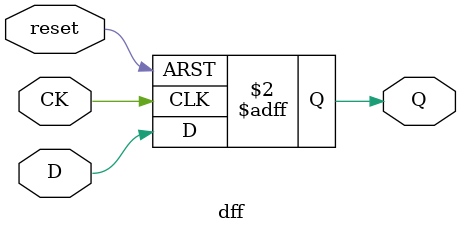
<source format=v>
module dff(CK,reset,Q,D);
   input CK;
   input reset;
   input D;
   output reg Q;

   always @(posedge CK, posedge reset)
     begin
	if (reset)
	  begin
	     Q <= 0;
	  end
	else
	  begin
	     Q <= D;
	  end
     end
   
endmodule

</source>
